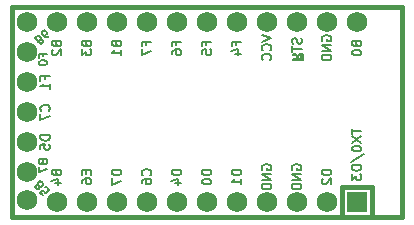
<source format=gbr>
G04 #@! TF.GenerationSoftware,KiCad,Pcbnew,6.0.2+dfsg-1*
G04 #@! TF.CreationDate,2023-02-02T22:28:34+01:00*
G04 #@! TF.ProjectId,keyboard,6b657962-6f61-4726-942e-6b696361645f,rev?*
G04 #@! TF.SameCoordinates,Original*
G04 #@! TF.FileFunction,Legend,Bot*
G04 #@! TF.FilePolarity,Positive*
%FSLAX46Y46*%
G04 Gerber Fmt 4.6, Leading zero omitted, Abs format (unit mm)*
G04 Created by KiCad (PCBNEW 6.0.2+dfsg-1) date 2023-02-02 22:28:34*
%MOMM*%
%LPD*%
G01*
G04 APERTURE LIST*
%ADD10C,0.150000*%
%ADD11C,0.381000*%
%ADD12R,1.752600X1.752600*%
%ADD13C,1.752600*%
G04 APERTURE END LIST*
D10*
X177564297Y-125615008D02*
X177658578Y-125662148D01*
X177705719Y-125662148D01*
X177776429Y-125638578D01*
X177847140Y-125567867D01*
X177870710Y-125497157D01*
X177870710Y-125450016D01*
X177847140Y-125379306D01*
X177658578Y-125190744D01*
X177163603Y-125685719D01*
X177328595Y-125850710D01*
X177399306Y-125874280D01*
X177446446Y-125874280D01*
X177517157Y-125850710D01*
X177564297Y-125803570D01*
X177587867Y-125732859D01*
X177587867Y-125685719D01*
X177564297Y-125615008D01*
X177399306Y-125450016D01*
X177894280Y-126416396D02*
X177658578Y-126180693D01*
X177870710Y-125921421D01*
X177870710Y-125968561D01*
X177894280Y-126039272D01*
X178012132Y-126157123D01*
X178082842Y-126180693D01*
X178129983Y-126180693D01*
X178200693Y-126157123D01*
X178318544Y-126039272D01*
X178342115Y-125968561D01*
X178342115Y-125921421D01*
X178318544Y-125850710D01*
X178200693Y-125732859D01*
X178129983Y-125709289D01*
X178082842Y-125709289D01*
X186632857Y-113652333D02*
X186632857Y-113385666D01*
X187051904Y-113385666D02*
X186251904Y-113385666D01*
X186251904Y-113766619D01*
X186251904Y-113995190D02*
X186251904Y-114528523D01*
X187051904Y-114185666D01*
X179012857Y-113595190D02*
X179050952Y-113709476D01*
X179089047Y-113747571D01*
X179165238Y-113785666D01*
X179279523Y-113785666D01*
X179355714Y-113747571D01*
X179393809Y-113709476D01*
X179431904Y-113633285D01*
X179431904Y-113328523D01*
X178631904Y-113328523D01*
X178631904Y-113595190D01*
X178670000Y-113671380D01*
X178708095Y-113709476D01*
X178784285Y-113747571D01*
X178860476Y-113747571D01*
X178936666Y-113709476D01*
X178974761Y-113671380D01*
X179012857Y-113595190D01*
X179012857Y-113328523D01*
X178708095Y-114090428D02*
X178670000Y-114128523D01*
X178631904Y-114204714D01*
X178631904Y-114395190D01*
X178670000Y-114471380D01*
X178708095Y-114509476D01*
X178784285Y-114547571D01*
X178860476Y-114547571D01*
X178974761Y-114509476D01*
X179431904Y-114052333D01*
X179431904Y-114547571D01*
X186975714Y-124707666D02*
X187013809Y-124669571D01*
X187051904Y-124555285D01*
X187051904Y-124479095D01*
X187013809Y-124364809D01*
X186937619Y-124288619D01*
X186861428Y-124250523D01*
X186709047Y-124212428D01*
X186594761Y-124212428D01*
X186442380Y-124250523D01*
X186366190Y-124288619D01*
X186290000Y-124364809D01*
X186251904Y-124479095D01*
X186251904Y-124555285D01*
X186290000Y-124669571D01*
X186328095Y-124707666D01*
X186251904Y-125393380D02*
X186251904Y-125241000D01*
X186290000Y-125164809D01*
X186328095Y-125126714D01*
X186442380Y-125050523D01*
X186594761Y-125012428D01*
X186899523Y-125012428D01*
X186975714Y-125050523D01*
X187013809Y-125088619D01*
X187051904Y-125164809D01*
X187051904Y-125317190D01*
X187013809Y-125393380D01*
X186975714Y-125431476D01*
X186899523Y-125469571D01*
X186709047Y-125469571D01*
X186632857Y-125431476D01*
X186594761Y-125393380D01*
X186556666Y-125317190D01*
X186556666Y-125164809D01*
X186594761Y-125088619D01*
X186632857Y-125050523D01*
X186709047Y-125012428D01*
X184511904Y-124250523D02*
X183711904Y-124250523D01*
X183711904Y-124441000D01*
X183750000Y-124555285D01*
X183826190Y-124631476D01*
X183902380Y-124669571D01*
X184054761Y-124707666D01*
X184169047Y-124707666D01*
X184321428Y-124669571D01*
X184397619Y-124631476D01*
X184473809Y-124555285D01*
X184511904Y-124441000D01*
X184511904Y-124250523D01*
X183711904Y-124974333D02*
X183711904Y-125507666D01*
X184511904Y-125164809D01*
X198990000Y-124231476D02*
X198951904Y-124155285D01*
X198951904Y-124041000D01*
X198990000Y-123926714D01*
X199066190Y-123850523D01*
X199142380Y-123812428D01*
X199294761Y-123774333D01*
X199409047Y-123774333D01*
X199561428Y-123812428D01*
X199637619Y-123850523D01*
X199713809Y-123926714D01*
X199751904Y-124041000D01*
X199751904Y-124117190D01*
X199713809Y-124231476D01*
X199675714Y-124269571D01*
X199409047Y-124269571D01*
X199409047Y-124117190D01*
X199751904Y-124612428D02*
X198951904Y-124612428D01*
X199751904Y-125069571D01*
X198951904Y-125069571D01*
X199751904Y-125450523D02*
X198951904Y-125450523D01*
X198951904Y-125641000D01*
X198990000Y-125755285D01*
X199066190Y-125831476D01*
X199142380Y-125869571D01*
X199294761Y-125907666D01*
X199409047Y-125907666D01*
X199561428Y-125869571D01*
X199637619Y-125831476D01*
X199713809Y-125755285D01*
X199751904Y-125641000D01*
X199751904Y-125450523D01*
X199743809Y-113113546D02*
X199781904Y-113227832D01*
X199781904Y-113418308D01*
X199743809Y-113494499D01*
X199705714Y-113532594D01*
X199629523Y-113570689D01*
X199553333Y-113570689D01*
X199477142Y-113532594D01*
X199439047Y-113494499D01*
X199400952Y-113418308D01*
X199362857Y-113265927D01*
X199324761Y-113189737D01*
X199286666Y-113151641D01*
X199210476Y-113113546D01*
X199134285Y-113113546D01*
X199058095Y-113151641D01*
X199020000Y-113189737D01*
X198981904Y-113265927D01*
X198981904Y-113456403D01*
X199020000Y-113570689D01*
X198981904Y-113799260D02*
X198981904Y-114256403D01*
X199781904Y-114027832D02*
X198981904Y-114027832D01*
X177850000Y-114646666D02*
X177850000Y-114413333D01*
X178216666Y-114413333D02*
X177516666Y-114413333D01*
X177516666Y-114746666D01*
X177516666Y-115146666D02*
X177516666Y-115213333D01*
X177550000Y-115280000D01*
X177583333Y-115313333D01*
X177650000Y-115346666D01*
X177783333Y-115380000D01*
X177950000Y-115380000D01*
X178083333Y-115346666D01*
X178150000Y-115313333D01*
X178183333Y-115280000D01*
X178216666Y-115213333D01*
X178216666Y-115146666D01*
X178183333Y-115080000D01*
X178150000Y-115046666D01*
X178083333Y-115013333D01*
X177950000Y-114980000D01*
X177783333Y-114980000D01*
X177650000Y-115013333D01*
X177583333Y-115046666D01*
X177550000Y-115080000D01*
X177516666Y-115146666D01*
X196411904Y-112852333D02*
X197211904Y-113119000D01*
X196411904Y-113385666D01*
X197135714Y-114109476D02*
X197173809Y-114071380D01*
X197211904Y-113957095D01*
X197211904Y-113880904D01*
X197173809Y-113766619D01*
X197097619Y-113690428D01*
X197021428Y-113652333D01*
X196869047Y-113614238D01*
X196754761Y-113614238D01*
X196602380Y-113652333D01*
X196526190Y-113690428D01*
X196450000Y-113766619D01*
X196411904Y-113880904D01*
X196411904Y-113957095D01*
X196450000Y-114071380D01*
X196488095Y-114109476D01*
X197135714Y-114909476D02*
X197173809Y-114871380D01*
X197211904Y-114757095D01*
X197211904Y-114680904D01*
X197173809Y-114566619D01*
X197097619Y-114490428D01*
X197021428Y-114452333D01*
X196869047Y-114414238D01*
X196754761Y-114414238D01*
X196602380Y-114452333D01*
X196526190Y-114490428D01*
X196450000Y-114566619D01*
X196411904Y-114680904D01*
X196411904Y-114757095D01*
X196450000Y-114871380D01*
X196488095Y-114909476D01*
X178461904Y-121329523D02*
X177661904Y-121329523D01*
X177661904Y-121520000D01*
X177700000Y-121634285D01*
X177776190Y-121710476D01*
X177852380Y-121748571D01*
X178004761Y-121786666D01*
X178119047Y-121786666D01*
X178271428Y-121748571D01*
X178347619Y-121710476D01*
X178423809Y-121634285D01*
X178461904Y-121520000D01*
X178461904Y-121329523D01*
X177661904Y-122510476D02*
X177661904Y-122129523D01*
X178042857Y-122091428D01*
X178004761Y-122129523D01*
X177966666Y-122205714D01*
X177966666Y-122396190D01*
X178004761Y-122472380D01*
X178042857Y-122510476D01*
X178119047Y-122548571D01*
X178309523Y-122548571D01*
X178385714Y-122510476D01*
X178423809Y-122472380D01*
X178461904Y-122396190D01*
X178461904Y-122205714D01*
X178423809Y-122129523D01*
X178385714Y-122091428D01*
X202291904Y-124250523D02*
X201491904Y-124250523D01*
X201491904Y-124441000D01*
X201530000Y-124555285D01*
X201606190Y-124631476D01*
X201682380Y-124669571D01*
X201834761Y-124707666D01*
X201949047Y-124707666D01*
X202101428Y-124669571D01*
X202177619Y-124631476D01*
X202253809Y-124555285D01*
X202291904Y-124441000D01*
X202291904Y-124250523D01*
X201568095Y-125012428D02*
X201530000Y-125050523D01*
X201491904Y-125126714D01*
X201491904Y-125317190D01*
X201530000Y-125393380D01*
X201568095Y-125431476D01*
X201644285Y-125469571D01*
X201720476Y-125469571D01*
X201834761Y-125431476D01*
X202291904Y-124974333D01*
X202291904Y-125469571D01*
X189591904Y-124250523D02*
X188791904Y-124250523D01*
X188791904Y-124441000D01*
X188830000Y-124555285D01*
X188906190Y-124631476D01*
X188982380Y-124669571D01*
X189134761Y-124707666D01*
X189249047Y-124707666D01*
X189401428Y-124669571D01*
X189477619Y-124631476D01*
X189553809Y-124555285D01*
X189591904Y-124441000D01*
X189591904Y-124250523D01*
X189058571Y-125393380D02*
X189591904Y-125393380D01*
X188753809Y-125202904D02*
X189325238Y-125012428D01*
X189325238Y-125507666D01*
X194252857Y-113652333D02*
X194252857Y-113385666D01*
X194671904Y-113385666D02*
X193871904Y-113385666D01*
X193871904Y-113766619D01*
X194138571Y-114414238D02*
X194671904Y-114414238D01*
X193833809Y-114223761D02*
X194405238Y-114033285D01*
X194405238Y-114528523D01*
X191712857Y-113652333D02*
X191712857Y-113385666D01*
X192131904Y-113385666D02*
X191331904Y-113385666D01*
X191331904Y-113766619D01*
X191331904Y-114452333D02*
X191331904Y-114071380D01*
X191712857Y-114033285D01*
X191674761Y-114071380D01*
X191636666Y-114147571D01*
X191636666Y-114338047D01*
X191674761Y-114414238D01*
X191712857Y-114452333D01*
X191789047Y-114490428D01*
X191979523Y-114490428D01*
X192055714Y-114452333D01*
X192093809Y-114414238D01*
X192131904Y-114338047D01*
X192131904Y-114147571D01*
X192093809Y-114071380D01*
X192055714Y-114033285D01*
X196450000Y-124231476D02*
X196411904Y-124155285D01*
X196411904Y-124041000D01*
X196450000Y-123926714D01*
X196526190Y-123850523D01*
X196602380Y-123812428D01*
X196754761Y-123774333D01*
X196869047Y-123774333D01*
X197021428Y-123812428D01*
X197097619Y-123850523D01*
X197173809Y-123926714D01*
X197211904Y-124041000D01*
X197211904Y-124117190D01*
X197173809Y-124231476D01*
X197135714Y-124269571D01*
X196869047Y-124269571D01*
X196869047Y-124117190D01*
X197211904Y-124612428D02*
X196411904Y-124612428D01*
X197211904Y-125069571D01*
X196411904Y-125069571D01*
X197211904Y-125450523D02*
X196411904Y-125450523D01*
X196411904Y-125641000D01*
X196450000Y-125755285D01*
X196526190Y-125831476D01*
X196602380Y-125869571D01*
X196754761Y-125907666D01*
X196869047Y-125907666D01*
X197021428Y-125869571D01*
X197097619Y-125831476D01*
X197173809Y-125755285D01*
X197211904Y-125641000D01*
X197211904Y-125450523D01*
X177850000Y-123596666D02*
X177883333Y-123696666D01*
X177916666Y-123730000D01*
X177983333Y-123763333D01*
X178083333Y-123763333D01*
X178150000Y-123730000D01*
X178183333Y-123696666D01*
X178216666Y-123630000D01*
X178216666Y-123363333D01*
X177516666Y-123363333D01*
X177516666Y-123596666D01*
X177550000Y-123663333D01*
X177583333Y-123696666D01*
X177650000Y-123730000D01*
X177716666Y-123730000D01*
X177783333Y-123696666D01*
X177816666Y-123663333D01*
X177850000Y-123596666D01*
X177850000Y-123363333D01*
X177516666Y-123996666D02*
X177516666Y-124463333D01*
X178216666Y-124163333D01*
X184092857Y-113595190D02*
X184130952Y-113709476D01*
X184169047Y-113747571D01*
X184245238Y-113785666D01*
X184359523Y-113785666D01*
X184435714Y-113747571D01*
X184473809Y-113709476D01*
X184511904Y-113633285D01*
X184511904Y-113328523D01*
X183711904Y-113328523D01*
X183711904Y-113595190D01*
X183750000Y-113671380D01*
X183788095Y-113709476D01*
X183864285Y-113747571D01*
X183940476Y-113747571D01*
X184016666Y-113709476D01*
X184054761Y-113671380D01*
X184092857Y-113595190D01*
X184092857Y-113328523D01*
X184511904Y-114547571D02*
X184511904Y-114090428D01*
X184511904Y-114319000D02*
X183711904Y-114319000D01*
X183826190Y-114242809D01*
X183902380Y-114166619D01*
X183940476Y-114090428D01*
X194671904Y-124250523D02*
X193871904Y-124250523D01*
X193871904Y-124441000D01*
X193910000Y-124555285D01*
X193986190Y-124631476D01*
X194062380Y-124669571D01*
X194214761Y-124707666D01*
X194329047Y-124707666D01*
X194481428Y-124669571D01*
X194557619Y-124631476D01*
X194633809Y-124555285D01*
X194671904Y-124441000D01*
X194671904Y-124250523D01*
X194671904Y-125469571D02*
X194671904Y-125012428D01*
X194671904Y-125241000D02*
X193871904Y-125241000D01*
X193986190Y-125164809D01*
X194062380Y-125088619D01*
X194100476Y-125012428D01*
X179012857Y-124517190D02*
X179050952Y-124631476D01*
X179089047Y-124669571D01*
X179165238Y-124707666D01*
X179279523Y-124707666D01*
X179355714Y-124669571D01*
X179393809Y-124631476D01*
X179431904Y-124555285D01*
X179431904Y-124250523D01*
X178631904Y-124250523D01*
X178631904Y-124517190D01*
X178670000Y-124593380D01*
X178708095Y-124631476D01*
X178784285Y-124669571D01*
X178860476Y-124669571D01*
X178936666Y-124631476D01*
X178974761Y-124593380D01*
X179012857Y-124517190D01*
X179012857Y-124250523D01*
X178898571Y-125393380D02*
X179431904Y-125393380D01*
X178593809Y-125202904D02*
X179165238Y-125012428D01*
X179165238Y-125507666D01*
X178385714Y-119246666D02*
X178423809Y-119208571D01*
X178461904Y-119094285D01*
X178461904Y-119018095D01*
X178423809Y-118903809D01*
X178347619Y-118827619D01*
X178271428Y-118789523D01*
X178119047Y-118751428D01*
X178004761Y-118751428D01*
X177852380Y-118789523D01*
X177776190Y-118827619D01*
X177700000Y-118903809D01*
X177661904Y-119018095D01*
X177661904Y-119094285D01*
X177700000Y-119208571D01*
X177738095Y-119246666D01*
X177661904Y-119513333D02*
X177661904Y-120046666D01*
X178461904Y-119703809D01*
X181552857Y-124288619D02*
X181552857Y-124555285D01*
X181971904Y-124669571D02*
X181971904Y-124288619D01*
X181171904Y-124288619D01*
X181171904Y-124669571D01*
X181171904Y-125355285D02*
X181171904Y-125202904D01*
X181210000Y-125126714D01*
X181248095Y-125088619D01*
X181362380Y-125012428D01*
X181514761Y-124974333D01*
X181819523Y-124974333D01*
X181895714Y-125012428D01*
X181933809Y-125050523D01*
X181971904Y-125126714D01*
X181971904Y-125279095D01*
X181933809Y-125355285D01*
X181895714Y-125393380D01*
X181819523Y-125431476D01*
X181629047Y-125431476D01*
X181552857Y-125393380D01*
X181514761Y-125355285D01*
X181476666Y-125279095D01*
X181476666Y-125126714D01*
X181514761Y-125050523D01*
X181552857Y-125012428D01*
X181629047Y-124974333D01*
X178042857Y-116573333D02*
X178042857Y-116306666D01*
X178461904Y-116306666D02*
X177661904Y-116306666D01*
X177661904Y-116687619D01*
X178461904Y-117411428D02*
X178461904Y-116954285D01*
X178461904Y-117182857D02*
X177661904Y-117182857D01*
X177776190Y-117106666D01*
X177852380Y-117030476D01*
X177890476Y-116954285D01*
X204031904Y-120761395D02*
X204031904Y-121218538D01*
X204831904Y-120989967D02*
X204031904Y-120989967D01*
X204031904Y-121409014D02*
X204831904Y-121942348D01*
X204031904Y-121942348D02*
X204831904Y-121409014D01*
X204031904Y-122399491D02*
X204031904Y-122475681D01*
X204070000Y-122551872D01*
X204108095Y-122589967D01*
X204184285Y-122628062D01*
X204336666Y-122666157D01*
X204527142Y-122666157D01*
X204679523Y-122628062D01*
X204755714Y-122589967D01*
X204793809Y-122551872D01*
X204831904Y-122475681D01*
X204831904Y-122399491D01*
X204793809Y-122323300D01*
X204755714Y-122285205D01*
X204679523Y-122247110D01*
X204527142Y-122209014D01*
X204336666Y-122209014D01*
X204184285Y-122247110D01*
X204108095Y-122285205D01*
X204070000Y-122323300D01*
X204031904Y-122399491D01*
X203993809Y-123580443D02*
X205022380Y-122894729D01*
X204831904Y-123847110D02*
X204031904Y-123847110D01*
X204031904Y-124037586D01*
X204070000Y-124151872D01*
X204146190Y-124228062D01*
X204222380Y-124266157D01*
X204374761Y-124304252D01*
X204489047Y-124304252D01*
X204641428Y-124266157D01*
X204717619Y-124228062D01*
X204793809Y-124151872D01*
X204831904Y-124037586D01*
X204831904Y-123847110D01*
X204031904Y-124570919D02*
X204031904Y-125066157D01*
X204336666Y-124799491D01*
X204336666Y-124913776D01*
X204374761Y-124989967D01*
X204412857Y-125028062D01*
X204489047Y-125066157D01*
X204679523Y-125066157D01*
X204755714Y-125028062D01*
X204793809Y-124989967D01*
X204831904Y-124913776D01*
X204831904Y-124685205D01*
X204793809Y-124609014D01*
X204755714Y-124570919D01*
X192131904Y-124250523D02*
X191331904Y-124250523D01*
X191331904Y-124441000D01*
X191370000Y-124555285D01*
X191446190Y-124631476D01*
X191522380Y-124669571D01*
X191674761Y-124707666D01*
X191789047Y-124707666D01*
X191941428Y-124669571D01*
X192017619Y-124631476D01*
X192093809Y-124555285D01*
X192131904Y-124441000D01*
X192131904Y-124250523D01*
X191331904Y-125202904D02*
X191331904Y-125279095D01*
X191370000Y-125355285D01*
X191408095Y-125393380D01*
X191484285Y-125431476D01*
X191636666Y-125469571D01*
X191827142Y-125469571D01*
X191979523Y-125431476D01*
X192055714Y-125393380D01*
X192093809Y-125355285D01*
X192131904Y-125279095D01*
X192131904Y-125202904D01*
X192093809Y-125126714D01*
X192055714Y-125088619D01*
X191979523Y-125050523D01*
X191827142Y-125012428D01*
X191636666Y-125012428D01*
X191484285Y-125050523D01*
X191408095Y-125088619D01*
X191370000Y-125126714D01*
X191331904Y-125202904D01*
X189172857Y-113652333D02*
X189172857Y-113385666D01*
X189591904Y-113385666D02*
X188791904Y-113385666D01*
X188791904Y-113766619D01*
X188791904Y-114414238D02*
X188791904Y-114261857D01*
X188830000Y-114185666D01*
X188868095Y-114147571D01*
X188982380Y-114071380D01*
X189134761Y-114033285D01*
X189439523Y-114033285D01*
X189515714Y-114071380D01*
X189553809Y-114109476D01*
X189591904Y-114185666D01*
X189591904Y-114338047D01*
X189553809Y-114414238D01*
X189515714Y-114452333D01*
X189439523Y-114490428D01*
X189249047Y-114490428D01*
X189172857Y-114452333D01*
X189134761Y-114414238D01*
X189096666Y-114338047D01*
X189096666Y-114185666D01*
X189134761Y-114109476D01*
X189172857Y-114071380D01*
X189249047Y-114033285D01*
X204412857Y-113595190D02*
X204450952Y-113709476D01*
X204489047Y-113747571D01*
X204565238Y-113785666D01*
X204679523Y-113785666D01*
X204755714Y-113747571D01*
X204793809Y-113709476D01*
X204831904Y-113633285D01*
X204831904Y-113328523D01*
X204031904Y-113328523D01*
X204031904Y-113595190D01*
X204070000Y-113671380D01*
X204108095Y-113709476D01*
X204184285Y-113747571D01*
X204260476Y-113747571D01*
X204336666Y-113709476D01*
X204374761Y-113671380D01*
X204412857Y-113595190D01*
X204412857Y-113328523D01*
X204031904Y-114280904D02*
X204031904Y-114357095D01*
X204070000Y-114433285D01*
X204108095Y-114471380D01*
X204184285Y-114509476D01*
X204336666Y-114547571D01*
X204527142Y-114547571D01*
X204679523Y-114509476D01*
X204755714Y-114471380D01*
X204793809Y-114433285D01*
X204831904Y-114357095D01*
X204831904Y-114280904D01*
X204793809Y-114204714D01*
X204755714Y-114166619D01*
X204679523Y-114128523D01*
X204527142Y-114090428D01*
X204336666Y-114090428D01*
X204184285Y-114128523D01*
X204108095Y-114166619D01*
X204070000Y-114204714D01*
X204031904Y-114280904D01*
X181552857Y-113595190D02*
X181590952Y-113709476D01*
X181629047Y-113747571D01*
X181705238Y-113785666D01*
X181819523Y-113785666D01*
X181895714Y-113747571D01*
X181933809Y-113709476D01*
X181971904Y-113633285D01*
X181971904Y-113328523D01*
X181171904Y-113328523D01*
X181171904Y-113595190D01*
X181210000Y-113671380D01*
X181248095Y-113709476D01*
X181324285Y-113747571D01*
X181400476Y-113747571D01*
X181476666Y-113709476D01*
X181514761Y-113671380D01*
X181552857Y-113595190D01*
X181552857Y-113328523D01*
X181171904Y-114052333D02*
X181171904Y-114547571D01*
X181476666Y-114280904D01*
X181476666Y-114395190D01*
X181514761Y-114471380D01*
X181552857Y-114509476D01*
X181629047Y-114547571D01*
X181819523Y-114547571D01*
X181895714Y-114509476D01*
X181933809Y-114471380D01*
X181971904Y-114395190D01*
X181971904Y-114166619D01*
X181933809Y-114090428D01*
X181895714Y-114052333D01*
X177635008Y-113215702D02*
X177682148Y-113121421D01*
X177682148Y-113074280D01*
X177658578Y-113003570D01*
X177587867Y-112932859D01*
X177517157Y-112909289D01*
X177470016Y-112909289D01*
X177399306Y-112932859D01*
X177210744Y-113121421D01*
X177705719Y-113616396D01*
X177870710Y-113451404D01*
X177894280Y-113380693D01*
X177894280Y-113333553D01*
X177870710Y-113262842D01*
X177823570Y-113215702D01*
X177752859Y-113192132D01*
X177705719Y-113192132D01*
X177635008Y-113215702D01*
X177470016Y-113380693D01*
X178412825Y-112909289D02*
X178318544Y-113003570D01*
X178247834Y-113027140D01*
X178200693Y-113027140D01*
X178082842Y-113003570D01*
X177964991Y-112932859D01*
X177776429Y-112744297D01*
X177752859Y-112673587D01*
X177752859Y-112626446D01*
X177776429Y-112555735D01*
X177870710Y-112461455D01*
X177941421Y-112437884D01*
X177988561Y-112437884D01*
X178059272Y-112461455D01*
X178177123Y-112579306D01*
X178200693Y-112650016D01*
X178200693Y-112697157D01*
X178177123Y-112767867D01*
X178082842Y-112862148D01*
X178012132Y-112885719D01*
X177964991Y-112885719D01*
X177894280Y-112862148D01*
X201530000Y-113309476D02*
X201491904Y-113233285D01*
X201491904Y-113119000D01*
X201530000Y-113004714D01*
X201606190Y-112928523D01*
X201682380Y-112890428D01*
X201834761Y-112852333D01*
X201949047Y-112852333D01*
X202101428Y-112890428D01*
X202177619Y-112928523D01*
X202253809Y-113004714D01*
X202291904Y-113119000D01*
X202291904Y-113195190D01*
X202253809Y-113309476D01*
X202215714Y-113347571D01*
X201949047Y-113347571D01*
X201949047Y-113195190D01*
X202291904Y-113690428D02*
X201491904Y-113690428D01*
X202291904Y-114147571D01*
X201491904Y-114147571D01*
X202291904Y-114528523D02*
X201491904Y-114528523D01*
X201491904Y-114719000D01*
X201530000Y-114833285D01*
X201606190Y-114909476D01*
X201682380Y-114947571D01*
X201834761Y-114985666D01*
X201949047Y-114985666D01*
X202101428Y-114947571D01*
X202177619Y-114909476D01*
X202253809Y-114833285D01*
X202291904Y-114719000D01*
X202291904Y-114528523D01*
D11*
X203200000Y-125730000D02*
X203200000Y-128270000D01*
X205740000Y-125730000D02*
X203200000Y-125730000D01*
X205740000Y-110490000D02*
X208280000Y-110490000D01*
X205740000Y-128270000D02*
X175260000Y-128270000D01*
X208280000Y-128270000D02*
X205740000Y-128270000D01*
X175260000Y-110490000D02*
X205740000Y-110490000D01*
X175260000Y-128270000D02*
X175260000Y-110490000D01*
X205740000Y-125730000D02*
X205740000Y-128270000D01*
X208280000Y-110490000D02*
X208280000Y-128270000D01*
D10*
X199260640Y-114448432D02*
X199060640Y-114448432D01*
X199060640Y-114448432D02*
X199060640Y-114548432D01*
X199060640Y-114548432D02*
X199260640Y-114548432D01*
X199260640Y-114548432D02*
X199260640Y-114448432D01*
G36*
X199260640Y-114548432D02*
G01*
X199060640Y-114548432D01*
X199060640Y-114448432D01*
X199260640Y-114448432D01*
X199260640Y-114548432D01*
G37*
X199260640Y-114548432D02*
X199060640Y-114548432D01*
X199060640Y-114448432D01*
X199260640Y-114448432D01*
X199260640Y-114548432D01*
X199860640Y-114448432D02*
X199760640Y-114448432D01*
X199760640Y-114448432D02*
X199760640Y-114948432D01*
X199760640Y-114948432D02*
X199860640Y-114948432D01*
X199860640Y-114948432D02*
X199860640Y-114448432D01*
G36*
X199860640Y-114948432D02*
G01*
X199760640Y-114948432D01*
X199760640Y-114448432D01*
X199860640Y-114448432D01*
X199860640Y-114948432D01*
G37*
X199860640Y-114948432D02*
X199760640Y-114948432D01*
X199760640Y-114448432D01*
X199860640Y-114448432D01*
X199860640Y-114948432D01*
X199860640Y-114848432D02*
X199060640Y-114848432D01*
X199060640Y-114848432D02*
X199060640Y-114948432D01*
X199060640Y-114948432D02*
X199860640Y-114948432D01*
X199860640Y-114948432D02*
X199860640Y-114848432D01*
G36*
X199860640Y-114948432D02*
G01*
X199060640Y-114948432D01*
X199060640Y-114848432D01*
X199860640Y-114848432D01*
X199860640Y-114948432D01*
G37*
X199860640Y-114948432D02*
X199060640Y-114948432D01*
X199060640Y-114848432D01*
X199860640Y-114848432D01*
X199860640Y-114948432D01*
X199460640Y-114648432D02*
X199360640Y-114648432D01*
X199360640Y-114648432D02*
X199360640Y-114748432D01*
X199360640Y-114748432D02*
X199460640Y-114748432D01*
X199460640Y-114748432D02*
X199460640Y-114648432D01*
G36*
X199460640Y-114748432D02*
G01*
X199360640Y-114748432D01*
X199360640Y-114648432D01*
X199460640Y-114648432D01*
X199460640Y-114748432D01*
G37*
X199460640Y-114748432D02*
X199360640Y-114748432D01*
X199360640Y-114648432D01*
X199460640Y-114648432D01*
X199460640Y-114748432D01*
X199860640Y-114448432D02*
X199560640Y-114448432D01*
X199560640Y-114448432D02*
X199560640Y-114548432D01*
X199560640Y-114548432D02*
X199860640Y-114548432D01*
X199860640Y-114548432D02*
X199860640Y-114448432D01*
G36*
X199860640Y-114548432D02*
G01*
X199560640Y-114548432D01*
X199560640Y-114448432D01*
X199860640Y-114448432D01*
X199860640Y-114548432D01*
G37*
X199860640Y-114548432D02*
X199560640Y-114548432D01*
X199560640Y-114448432D01*
X199860640Y-114448432D01*
X199860640Y-114548432D01*
D12*
X204470000Y-127000000D03*
D13*
X201930000Y-127000000D03*
X199390000Y-127000000D03*
X196850000Y-127000000D03*
X194310000Y-127000000D03*
X191770000Y-127000000D03*
X189230000Y-127000000D03*
X186690000Y-127000000D03*
X184150000Y-127000000D03*
X181610000Y-127000000D03*
X179070000Y-127000000D03*
X176530000Y-126771400D03*
X176530000Y-111760000D03*
X179070000Y-111760000D03*
X181610000Y-111760000D03*
X184150000Y-111760000D03*
X186690000Y-111760000D03*
X189230000Y-111760000D03*
X191770000Y-111760000D03*
X194310000Y-111760000D03*
X196850000Y-111760000D03*
X199390000Y-111760000D03*
X201930000Y-111760000D03*
X204470000Y-111760000D03*
X176530000Y-124460000D03*
X176530000Y-121920000D03*
X176530000Y-119380000D03*
X176530000Y-116840000D03*
X176530000Y-114300000D03*
M02*

</source>
